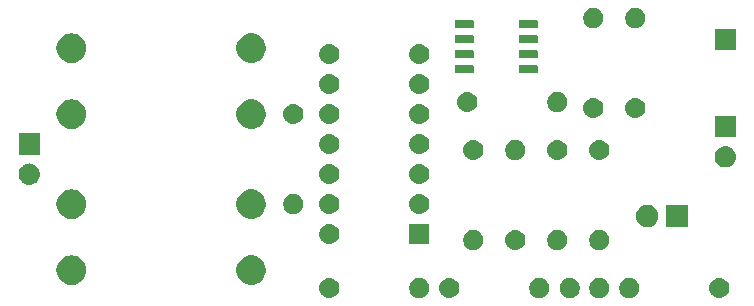
<source format=gts>
G04 #@! TF.GenerationSoftware,KiCad,Pcbnew,5.0.2-bee76a0~70~ubuntu18.04.1*
G04 #@! TF.CreationDate,2019-03-27T19:33:44-04:00*
G04 #@! TF.ProjectId,linemonitor,6c696e65-6d6f-46e6-9974-6f722e6b6963,rev?*
G04 #@! TF.SameCoordinates,Original*
G04 #@! TF.FileFunction,Soldermask,Top*
G04 #@! TF.FilePolarity,Negative*
%FSLAX46Y46*%
G04 Gerber Fmt 4.6, Leading zero omitted, Abs format (unit mm)*
G04 Created by KiCad (PCBNEW 5.0.2-bee76a0~70~ubuntu18.04.1) date Wed 27 Mar 2019 07:33:44 PM EDT*
%MOMM*%
%LPD*%
G01*
G04 APERTURE LIST*
%ADD10C,0.100000*%
G04 APERTURE END LIST*
D10*
G36*
X127166821Y-109397313D02*
X127166824Y-109397314D01*
X127166825Y-109397314D01*
X127327239Y-109445975D01*
X127327241Y-109445976D01*
X127327244Y-109445977D01*
X127475078Y-109524995D01*
X127604659Y-109631341D01*
X127711005Y-109760922D01*
X127790023Y-109908756D01*
X127790024Y-109908759D01*
X127790025Y-109908761D01*
X127838686Y-110069175D01*
X127838687Y-110069179D01*
X127855117Y-110236000D01*
X127838687Y-110402821D01*
X127838686Y-110402824D01*
X127838686Y-110402825D01*
X127813993Y-110484228D01*
X127790023Y-110563244D01*
X127711005Y-110711078D01*
X127604659Y-110840659D01*
X127475078Y-110947005D01*
X127327244Y-111026023D01*
X127327241Y-111026024D01*
X127327239Y-111026025D01*
X127166825Y-111074686D01*
X127166824Y-111074686D01*
X127166821Y-111074687D01*
X127041804Y-111087000D01*
X126958196Y-111087000D01*
X126833179Y-111074687D01*
X126833176Y-111074686D01*
X126833175Y-111074686D01*
X126672761Y-111026025D01*
X126672759Y-111026024D01*
X126672756Y-111026023D01*
X126524922Y-110947005D01*
X126395341Y-110840659D01*
X126288995Y-110711078D01*
X126209977Y-110563244D01*
X126186008Y-110484228D01*
X126161314Y-110402825D01*
X126161314Y-110402824D01*
X126161313Y-110402821D01*
X126144883Y-110236000D01*
X126161313Y-110069179D01*
X126161314Y-110069175D01*
X126209975Y-109908761D01*
X126209976Y-109908759D01*
X126209977Y-109908756D01*
X126288995Y-109760922D01*
X126395341Y-109631341D01*
X126524922Y-109524995D01*
X126672756Y-109445977D01*
X126672759Y-109445976D01*
X126672761Y-109445975D01*
X126833175Y-109397314D01*
X126833176Y-109397314D01*
X126833179Y-109397313D01*
X126958196Y-109385000D01*
X127041804Y-109385000D01*
X127166821Y-109397313D01*
X127166821Y-109397313D01*
G37*
G36*
X112008228Y-109417703D02*
X112163100Y-109481853D01*
X112302481Y-109574985D01*
X112421015Y-109693519D01*
X112514147Y-109832900D01*
X112578297Y-109987772D01*
X112611000Y-110152184D01*
X112611000Y-110319816D01*
X112578297Y-110484228D01*
X112514147Y-110639100D01*
X112421015Y-110778481D01*
X112302481Y-110897015D01*
X112163100Y-110990147D01*
X112008228Y-111054297D01*
X111843816Y-111087000D01*
X111676184Y-111087000D01*
X111511772Y-111054297D01*
X111356900Y-110990147D01*
X111217519Y-110897015D01*
X111098985Y-110778481D01*
X111005853Y-110639100D01*
X110941703Y-110484228D01*
X110909000Y-110319816D01*
X110909000Y-110152184D01*
X110941703Y-109987772D01*
X111005853Y-109832900D01*
X111098985Y-109693519D01*
X111217519Y-109574985D01*
X111356900Y-109481853D01*
X111511772Y-109417703D01*
X111676184Y-109385000D01*
X111843816Y-109385000D01*
X112008228Y-109417703D01*
X112008228Y-109417703D01*
G37*
G36*
X104306821Y-109397313D02*
X104306824Y-109397314D01*
X104306825Y-109397314D01*
X104467239Y-109445975D01*
X104467241Y-109445976D01*
X104467244Y-109445977D01*
X104615078Y-109524995D01*
X104744659Y-109631341D01*
X104851005Y-109760922D01*
X104930023Y-109908756D01*
X104930024Y-109908759D01*
X104930025Y-109908761D01*
X104978686Y-110069175D01*
X104978687Y-110069179D01*
X104995117Y-110236000D01*
X104978687Y-110402821D01*
X104978686Y-110402824D01*
X104978686Y-110402825D01*
X104953993Y-110484228D01*
X104930023Y-110563244D01*
X104851005Y-110711078D01*
X104744659Y-110840659D01*
X104615078Y-110947005D01*
X104467244Y-111026023D01*
X104467241Y-111026024D01*
X104467239Y-111026025D01*
X104306825Y-111074686D01*
X104306824Y-111074686D01*
X104306821Y-111074687D01*
X104181804Y-111087000D01*
X104098196Y-111087000D01*
X103973179Y-111074687D01*
X103973176Y-111074686D01*
X103973175Y-111074686D01*
X103812761Y-111026025D01*
X103812759Y-111026024D01*
X103812756Y-111026023D01*
X103664922Y-110947005D01*
X103535341Y-110840659D01*
X103428995Y-110711078D01*
X103349977Y-110563244D01*
X103326008Y-110484228D01*
X103301314Y-110402825D01*
X103301314Y-110402824D01*
X103301313Y-110402821D01*
X103284883Y-110236000D01*
X103301313Y-110069179D01*
X103301314Y-110069175D01*
X103349975Y-109908761D01*
X103349976Y-109908759D01*
X103349977Y-109908756D01*
X103428995Y-109760922D01*
X103535341Y-109631341D01*
X103664922Y-109524995D01*
X103812756Y-109445977D01*
X103812759Y-109445976D01*
X103812761Y-109445975D01*
X103973175Y-109397314D01*
X103973176Y-109397314D01*
X103973179Y-109397313D01*
X104098196Y-109385000D01*
X104181804Y-109385000D01*
X104306821Y-109397313D01*
X104306821Y-109397313D01*
G37*
G36*
X101848228Y-109417703D02*
X102003100Y-109481853D01*
X102142481Y-109574985D01*
X102261015Y-109693519D01*
X102354147Y-109832900D01*
X102418297Y-109987772D01*
X102451000Y-110152184D01*
X102451000Y-110319816D01*
X102418297Y-110484228D01*
X102354147Y-110639100D01*
X102261015Y-110778481D01*
X102142481Y-110897015D01*
X102003100Y-110990147D01*
X101848228Y-111054297D01*
X101683816Y-111087000D01*
X101516184Y-111087000D01*
X101351772Y-111054297D01*
X101196900Y-110990147D01*
X101057519Y-110897015D01*
X100938985Y-110778481D01*
X100845853Y-110639100D01*
X100781703Y-110484228D01*
X100749000Y-110319816D01*
X100749000Y-110152184D01*
X100781703Y-109987772D01*
X100845853Y-109832900D01*
X100938985Y-109693519D01*
X101057519Y-109574985D01*
X101196900Y-109481853D01*
X101351772Y-109417703D01*
X101516184Y-109385000D01*
X101683816Y-109385000D01*
X101848228Y-109417703D01*
X101848228Y-109417703D01*
G37*
G36*
X94146821Y-109397313D02*
X94146824Y-109397314D01*
X94146825Y-109397314D01*
X94307239Y-109445975D01*
X94307241Y-109445976D01*
X94307244Y-109445977D01*
X94455078Y-109524995D01*
X94584659Y-109631341D01*
X94691005Y-109760922D01*
X94770023Y-109908756D01*
X94770024Y-109908759D01*
X94770025Y-109908761D01*
X94818686Y-110069175D01*
X94818687Y-110069179D01*
X94835117Y-110236000D01*
X94818687Y-110402821D01*
X94818686Y-110402824D01*
X94818686Y-110402825D01*
X94793993Y-110484228D01*
X94770023Y-110563244D01*
X94691005Y-110711078D01*
X94584659Y-110840659D01*
X94455078Y-110947005D01*
X94307244Y-111026023D01*
X94307241Y-111026024D01*
X94307239Y-111026025D01*
X94146825Y-111074686D01*
X94146824Y-111074686D01*
X94146821Y-111074687D01*
X94021804Y-111087000D01*
X93938196Y-111087000D01*
X93813179Y-111074687D01*
X93813176Y-111074686D01*
X93813175Y-111074686D01*
X93652761Y-111026025D01*
X93652759Y-111026024D01*
X93652756Y-111026023D01*
X93504922Y-110947005D01*
X93375341Y-110840659D01*
X93268995Y-110711078D01*
X93189977Y-110563244D01*
X93166008Y-110484228D01*
X93141314Y-110402825D01*
X93141314Y-110402824D01*
X93141313Y-110402821D01*
X93124883Y-110236000D01*
X93141313Y-110069179D01*
X93141314Y-110069175D01*
X93189975Y-109908761D01*
X93189976Y-109908759D01*
X93189977Y-109908756D01*
X93268995Y-109760922D01*
X93375341Y-109631341D01*
X93504922Y-109524995D01*
X93652756Y-109445977D01*
X93652759Y-109445976D01*
X93652761Y-109445975D01*
X93813175Y-109397314D01*
X93813176Y-109397314D01*
X93813179Y-109397313D01*
X93938196Y-109385000D01*
X94021804Y-109385000D01*
X94146821Y-109397313D01*
X94146821Y-109397313D01*
G37*
G36*
X114588228Y-109417703D02*
X114743100Y-109481853D01*
X114882481Y-109574985D01*
X115001015Y-109693519D01*
X115094147Y-109832900D01*
X115158297Y-109987772D01*
X115191000Y-110152184D01*
X115191000Y-110319816D01*
X115158297Y-110484228D01*
X115094147Y-110639100D01*
X115001015Y-110778481D01*
X114882481Y-110897015D01*
X114743100Y-110990147D01*
X114588228Y-111054297D01*
X114423816Y-111087000D01*
X114256184Y-111087000D01*
X114091772Y-111054297D01*
X113936900Y-110990147D01*
X113797519Y-110897015D01*
X113678985Y-110778481D01*
X113585853Y-110639100D01*
X113521703Y-110484228D01*
X113489000Y-110319816D01*
X113489000Y-110152184D01*
X113521703Y-109987772D01*
X113585853Y-109832900D01*
X113678985Y-109693519D01*
X113797519Y-109574985D01*
X113936900Y-109481853D01*
X114091772Y-109417703D01*
X114256184Y-109385000D01*
X114423816Y-109385000D01*
X114588228Y-109417703D01*
X114588228Y-109417703D01*
G37*
G36*
X117088228Y-109417703D02*
X117243100Y-109481853D01*
X117382481Y-109574985D01*
X117501015Y-109693519D01*
X117594147Y-109832900D01*
X117658297Y-109987772D01*
X117691000Y-110152184D01*
X117691000Y-110319816D01*
X117658297Y-110484228D01*
X117594147Y-110639100D01*
X117501015Y-110778481D01*
X117382481Y-110897015D01*
X117243100Y-110990147D01*
X117088228Y-111054297D01*
X116923816Y-111087000D01*
X116756184Y-111087000D01*
X116591772Y-111054297D01*
X116436900Y-110990147D01*
X116297519Y-110897015D01*
X116178985Y-110778481D01*
X116085853Y-110639100D01*
X116021703Y-110484228D01*
X115989000Y-110319816D01*
X115989000Y-110152184D01*
X116021703Y-109987772D01*
X116085853Y-109832900D01*
X116178985Y-109693519D01*
X116297519Y-109574985D01*
X116436900Y-109481853D01*
X116591772Y-109417703D01*
X116756184Y-109385000D01*
X116923816Y-109385000D01*
X117088228Y-109417703D01*
X117088228Y-109417703D01*
G37*
G36*
X119628228Y-109417703D02*
X119783100Y-109481853D01*
X119922481Y-109574985D01*
X120041015Y-109693519D01*
X120134147Y-109832900D01*
X120198297Y-109987772D01*
X120231000Y-110152184D01*
X120231000Y-110319816D01*
X120198297Y-110484228D01*
X120134147Y-110639100D01*
X120041015Y-110778481D01*
X119922481Y-110897015D01*
X119783100Y-110990147D01*
X119628228Y-111054297D01*
X119463816Y-111087000D01*
X119296184Y-111087000D01*
X119131772Y-111054297D01*
X118976900Y-110990147D01*
X118837519Y-110897015D01*
X118718985Y-110778481D01*
X118625853Y-110639100D01*
X118561703Y-110484228D01*
X118529000Y-110319816D01*
X118529000Y-110152184D01*
X118561703Y-109987772D01*
X118625853Y-109832900D01*
X118718985Y-109693519D01*
X118837519Y-109574985D01*
X118976900Y-109481853D01*
X119131772Y-109417703D01*
X119296184Y-109385000D01*
X119463816Y-109385000D01*
X119628228Y-109417703D01*
X119628228Y-109417703D01*
G37*
G36*
X87559635Y-107473019D02*
X87740903Y-107509075D01*
X87968571Y-107603378D01*
X88063488Y-107666800D01*
X88173469Y-107740287D01*
X88347713Y-107914531D01*
X88347715Y-107914534D01*
X88484622Y-108119429D01*
X88578925Y-108347097D01*
X88627000Y-108588787D01*
X88627000Y-108835213D01*
X88578925Y-109076903D01*
X88484622Y-109304571D01*
X88390138Y-109445975D01*
X88347713Y-109509469D01*
X88173469Y-109683713D01*
X88173466Y-109683715D01*
X87968571Y-109820622D01*
X87740903Y-109914925D01*
X87590213Y-109944899D01*
X87499214Y-109963000D01*
X87252786Y-109963000D01*
X87161787Y-109944899D01*
X87011097Y-109914925D01*
X86783429Y-109820622D01*
X86578534Y-109683715D01*
X86578531Y-109683713D01*
X86404287Y-109509469D01*
X86361862Y-109445975D01*
X86267378Y-109304571D01*
X86173075Y-109076903D01*
X86125000Y-108835213D01*
X86125000Y-108588787D01*
X86173075Y-108347097D01*
X86267378Y-108119429D01*
X86404285Y-107914534D01*
X86404287Y-107914531D01*
X86578531Y-107740287D01*
X86688512Y-107666800D01*
X86783429Y-107603378D01*
X87011097Y-107509075D01*
X87192365Y-107473019D01*
X87252786Y-107461000D01*
X87499214Y-107461000D01*
X87559635Y-107473019D01*
X87559635Y-107473019D01*
G37*
G36*
X72381239Y-107479101D02*
X72617053Y-107550634D01*
X72834381Y-107666799D01*
X73024871Y-107823129D01*
X73181201Y-108013619D01*
X73297366Y-108230947D01*
X73368899Y-108466761D01*
X73393053Y-108712000D01*
X73368899Y-108957239D01*
X73297366Y-109193053D01*
X73181201Y-109410381D01*
X73024871Y-109600871D01*
X72834381Y-109757201D01*
X72617053Y-109873366D01*
X72381239Y-109944899D01*
X72197457Y-109963000D01*
X72074543Y-109963000D01*
X71890761Y-109944899D01*
X71654947Y-109873366D01*
X71437619Y-109757201D01*
X71247129Y-109600871D01*
X71090799Y-109410381D01*
X70974634Y-109193053D01*
X70903101Y-108957239D01*
X70878947Y-108712000D01*
X70903101Y-108466761D01*
X70974634Y-108230947D01*
X71090799Y-108013619D01*
X71247129Y-107823129D01*
X71437619Y-107666799D01*
X71654947Y-107550634D01*
X71890761Y-107479101D01*
X72074543Y-107461000D01*
X72197457Y-107461000D01*
X72381239Y-107479101D01*
X72381239Y-107479101D01*
G37*
G36*
X117088228Y-105353703D02*
X117243100Y-105417853D01*
X117382481Y-105510985D01*
X117501015Y-105629519D01*
X117594147Y-105768900D01*
X117658297Y-105923772D01*
X117691000Y-106088184D01*
X117691000Y-106255816D01*
X117658297Y-106420228D01*
X117594147Y-106575100D01*
X117501015Y-106714481D01*
X117382481Y-106833015D01*
X117243100Y-106926147D01*
X117088228Y-106990297D01*
X116923816Y-107023000D01*
X116756184Y-107023000D01*
X116591772Y-106990297D01*
X116436900Y-106926147D01*
X116297519Y-106833015D01*
X116178985Y-106714481D01*
X116085853Y-106575100D01*
X116021703Y-106420228D01*
X115989000Y-106255816D01*
X115989000Y-106088184D01*
X116021703Y-105923772D01*
X116085853Y-105768900D01*
X116178985Y-105629519D01*
X116297519Y-105510985D01*
X116436900Y-105417853D01*
X116591772Y-105353703D01*
X116756184Y-105321000D01*
X116923816Y-105321000D01*
X117088228Y-105353703D01*
X117088228Y-105353703D01*
G37*
G36*
X106420228Y-105353703D02*
X106575100Y-105417853D01*
X106714481Y-105510985D01*
X106833015Y-105629519D01*
X106926147Y-105768900D01*
X106990297Y-105923772D01*
X107023000Y-106088184D01*
X107023000Y-106255816D01*
X106990297Y-106420228D01*
X106926147Y-106575100D01*
X106833015Y-106714481D01*
X106714481Y-106833015D01*
X106575100Y-106926147D01*
X106420228Y-106990297D01*
X106255816Y-107023000D01*
X106088184Y-107023000D01*
X105923772Y-106990297D01*
X105768900Y-106926147D01*
X105629519Y-106833015D01*
X105510985Y-106714481D01*
X105417853Y-106575100D01*
X105353703Y-106420228D01*
X105321000Y-106255816D01*
X105321000Y-106088184D01*
X105353703Y-105923772D01*
X105417853Y-105768900D01*
X105510985Y-105629519D01*
X105629519Y-105510985D01*
X105768900Y-105417853D01*
X105923772Y-105353703D01*
X106088184Y-105321000D01*
X106255816Y-105321000D01*
X106420228Y-105353703D01*
X106420228Y-105353703D01*
G37*
G36*
X109894821Y-105333313D02*
X109894824Y-105333314D01*
X109894825Y-105333314D01*
X110055239Y-105381975D01*
X110055241Y-105381976D01*
X110055244Y-105381977D01*
X110203078Y-105460995D01*
X110332659Y-105567341D01*
X110439005Y-105696922D01*
X110518023Y-105844756D01*
X110518024Y-105844759D01*
X110518025Y-105844761D01*
X110562460Y-105991244D01*
X110566687Y-106005179D01*
X110583117Y-106172000D01*
X110566687Y-106338821D01*
X110566686Y-106338824D01*
X110566686Y-106338825D01*
X110531741Y-106454025D01*
X110518023Y-106499244D01*
X110439005Y-106647078D01*
X110332659Y-106776659D01*
X110203078Y-106883005D01*
X110055244Y-106962023D01*
X110055241Y-106962024D01*
X110055239Y-106962025D01*
X109894825Y-107010686D01*
X109894824Y-107010686D01*
X109894821Y-107010687D01*
X109769804Y-107023000D01*
X109686196Y-107023000D01*
X109561179Y-107010687D01*
X109561176Y-107010686D01*
X109561175Y-107010686D01*
X109400761Y-106962025D01*
X109400759Y-106962024D01*
X109400756Y-106962023D01*
X109252922Y-106883005D01*
X109123341Y-106776659D01*
X109016995Y-106647078D01*
X108937977Y-106499244D01*
X108924260Y-106454025D01*
X108889314Y-106338825D01*
X108889314Y-106338824D01*
X108889313Y-106338821D01*
X108872883Y-106172000D01*
X108889313Y-106005179D01*
X108893540Y-105991244D01*
X108937975Y-105844761D01*
X108937976Y-105844759D01*
X108937977Y-105844756D01*
X109016995Y-105696922D01*
X109123341Y-105567341D01*
X109252922Y-105460995D01*
X109400756Y-105381977D01*
X109400759Y-105381976D01*
X109400761Y-105381975D01*
X109561175Y-105333314D01*
X109561176Y-105333314D01*
X109561179Y-105333313D01*
X109686196Y-105321000D01*
X109769804Y-105321000D01*
X109894821Y-105333313D01*
X109894821Y-105333313D01*
G37*
G36*
X113532228Y-105353703D02*
X113687100Y-105417853D01*
X113826481Y-105510985D01*
X113945015Y-105629519D01*
X114038147Y-105768900D01*
X114102297Y-105923772D01*
X114135000Y-106088184D01*
X114135000Y-106255816D01*
X114102297Y-106420228D01*
X114038147Y-106575100D01*
X113945015Y-106714481D01*
X113826481Y-106833015D01*
X113687100Y-106926147D01*
X113532228Y-106990297D01*
X113367816Y-107023000D01*
X113200184Y-107023000D01*
X113035772Y-106990297D01*
X112880900Y-106926147D01*
X112741519Y-106833015D01*
X112622985Y-106714481D01*
X112529853Y-106575100D01*
X112465703Y-106420228D01*
X112433000Y-106255816D01*
X112433000Y-106088184D01*
X112465703Y-105923772D01*
X112529853Y-105768900D01*
X112622985Y-105629519D01*
X112741519Y-105510985D01*
X112880900Y-105417853D01*
X113035772Y-105353703D01*
X113200184Y-105321000D01*
X113367816Y-105321000D01*
X113532228Y-105353703D01*
X113532228Y-105353703D01*
G37*
G36*
X102451000Y-106515000D02*
X100749000Y-106515000D01*
X100749000Y-104813000D01*
X102451000Y-104813000D01*
X102451000Y-106515000D01*
X102451000Y-106515000D01*
G37*
G36*
X94146821Y-104825313D02*
X94146824Y-104825314D01*
X94146825Y-104825314D01*
X94307239Y-104873975D01*
X94307241Y-104873976D01*
X94307244Y-104873977D01*
X94455078Y-104952995D01*
X94584659Y-105059341D01*
X94691005Y-105188922D01*
X94770023Y-105336756D01*
X94770024Y-105336759D01*
X94770025Y-105336761D01*
X94783741Y-105381977D01*
X94818687Y-105497179D01*
X94835117Y-105664000D01*
X94818687Y-105830821D01*
X94818686Y-105830824D01*
X94818686Y-105830825D01*
X94790491Y-105923772D01*
X94770023Y-105991244D01*
X94691005Y-106139078D01*
X94584659Y-106268659D01*
X94455078Y-106375005D01*
X94307244Y-106454023D01*
X94307241Y-106454024D01*
X94307239Y-106454025D01*
X94146825Y-106502686D01*
X94146824Y-106502686D01*
X94146821Y-106502687D01*
X94021804Y-106515000D01*
X93938196Y-106515000D01*
X93813179Y-106502687D01*
X93813176Y-106502686D01*
X93813175Y-106502686D01*
X93652761Y-106454025D01*
X93652759Y-106454024D01*
X93652756Y-106454023D01*
X93504922Y-106375005D01*
X93375341Y-106268659D01*
X93268995Y-106139078D01*
X93189977Y-105991244D01*
X93169510Y-105923772D01*
X93141314Y-105830825D01*
X93141314Y-105830824D01*
X93141313Y-105830821D01*
X93124883Y-105664000D01*
X93141313Y-105497179D01*
X93176259Y-105381977D01*
X93189975Y-105336761D01*
X93189976Y-105336759D01*
X93189977Y-105336756D01*
X93268995Y-105188922D01*
X93375341Y-105059341D01*
X93504922Y-104952995D01*
X93652756Y-104873977D01*
X93652759Y-104873976D01*
X93652761Y-104873975D01*
X93813175Y-104825314D01*
X93813176Y-104825314D01*
X93813179Y-104825313D01*
X93938196Y-104813000D01*
X94021804Y-104813000D01*
X94146821Y-104825313D01*
X94146821Y-104825313D01*
G37*
G36*
X124395000Y-105091000D02*
X122493000Y-105091000D01*
X122493000Y-103189000D01*
X124395000Y-103189000D01*
X124395000Y-105091000D01*
X124395000Y-105091000D01*
G37*
G36*
X121181396Y-103225546D02*
X121354466Y-103297234D01*
X121510230Y-103401312D01*
X121642688Y-103533770D01*
X121746766Y-103689534D01*
X121818454Y-103862604D01*
X121855000Y-104046333D01*
X121855000Y-104233667D01*
X121818454Y-104417396D01*
X121746766Y-104590466D01*
X121642688Y-104746230D01*
X121510230Y-104878688D01*
X121354466Y-104982766D01*
X121181396Y-105054454D01*
X120997667Y-105091000D01*
X120810333Y-105091000D01*
X120626604Y-105054454D01*
X120453534Y-104982766D01*
X120297770Y-104878688D01*
X120165312Y-104746230D01*
X120061234Y-104590466D01*
X119989546Y-104417396D01*
X119953000Y-104233667D01*
X119953000Y-104046333D01*
X119989546Y-103862604D01*
X120061234Y-103689534D01*
X120165312Y-103533770D01*
X120297770Y-103401312D01*
X120453534Y-103297234D01*
X120626604Y-103225546D01*
X120810333Y-103189000D01*
X120997667Y-103189000D01*
X121181396Y-103225546D01*
X121181396Y-103225546D01*
G37*
G36*
X87559636Y-101885019D02*
X87740903Y-101921075D01*
X87968571Y-102015378D01*
X88063488Y-102078800D01*
X88173469Y-102152287D01*
X88347713Y-102326531D01*
X88347715Y-102326534D01*
X88484622Y-102531429D01*
X88578925Y-102759097D01*
X88627000Y-103000787D01*
X88627000Y-103247213D01*
X88578925Y-103488903D01*
X88484622Y-103716571D01*
X88376660Y-103878147D01*
X88347713Y-103921469D01*
X88173469Y-104095713D01*
X88173466Y-104095715D01*
X87968571Y-104232622D01*
X87740903Y-104326925D01*
X87590213Y-104356899D01*
X87499214Y-104375000D01*
X87252786Y-104375000D01*
X87161787Y-104356899D01*
X87011097Y-104326925D01*
X86783429Y-104232622D01*
X86578534Y-104095715D01*
X86578531Y-104095713D01*
X86404287Y-103921469D01*
X86375340Y-103878147D01*
X86267378Y-103716571D01*
X86173075Y-103488903D01*
X86125000Y-103247213D01*
X86125000Y-103000787D01*
X86173075Y-102759097D01*
X86267378Y-102531429D01*
X86404285Y-102326534D01*
X86404287Y-102326531D01*
X86578531Y-102152287D01*
X86688512Y-102078800D01*
X86783429Y-102015378D01*
X87011097Y-101921075D01*
X87192365Y-101885019D01*
X87252786Y-101873000D01*
X87499214Y-101873000D01*
X87559636Y-101885019D01*
X87559636Y-101885019D01*
G37*
G36*
X72381239Y-101891101D02*
X72617053Y-101962634D01*
X72834381Y-102078799D01*
X73024871Y-102235129D01*
X73181201Y-102425619D01*
X73297366Y-102642947D01*
X73368899Y-102878761D01*
X73393053Y-103124000D01*
X73368899Y-103369239D01*
X73297366Y-103605053D01*
X73181201Y-103822381D01*
X73024871Y-104012871D01*
X72834381Y-104169201D01*
X72617053Y-104285366D01*
X72381239Y-104356899D01*
X72197457Y-104375000D01*
X72074543Y-104375000D01*
X71890761Y-104356899D01*
X71654947Y-104285366D01*
X71437619Y-104169201D01*
X71247129Y-104012871D01*
X71090799Y-103822381D01*
X70974634Y-103605053D01*
X70903101Y-103369239D01*
X70878947Y-103124000D01*
X70903101Y-102878761D01*
X70974634Y-102642947D01*
X71090799Y-102425619D01*
X71247129Y-102235129D01*
X71437619Y-102078799D01*
X71654947Y-101962634D01*
X71890761Y-101891101D01*
X72074543Y-101873000D01*
X72197457Y-101873000D01*
X72381239Y-101891101D01*
X72381239Y-101891101D01*
G37*
G36*
X101766821Y-102285313D02*
X101766824Y-102285314D01*
X101766825Y-102285314D01*
X101927239Y-102333975D01*
X101927241Y-102333976D01*
X101927244Y-102333977D01*
X102075078Y-102412995D01*
X102204659Y-102519341D01*
X102311005Y-102648922D01*
X102390023Y-102796756D01*
X102390024Y-102796759D01*
X102390025Y-102796761D01*
X102438686Y-102957175D01*
X102438687Y-102957179D01*
X102455117Y-103124000D01*
X102438687Y-103290821D01*
X102438686Y-103290824D01*
X102438686Y-103290825D01*
X102405171Y-103401310D01*
X102390023Y-103451244D01*
X102311005Y-103599078D01*
X102204659Y-103728659D01*
X102075078Y-103835005D01*
X101927244Y-103914023D01*
X101927241Y-103914024D01*
X101927239Y-103914025D01*
X101766825Y-103962686D01*
X101766824Y-103962686D01*
X101766821Y-103962687D01*
X101641804Y-103975000D01*
X101558196Y-103975000D01*
X101433179Y-103962687D01*
X101433176Y-103962686D01*
X101433175Y-103962686D01*
X101272761Y-103914025D01*
X101272759Y-103914024D01*
X101272756Y-103914023D01*
X101124922Y-103835005D01*
X100995341Y-103728659D01*
X100888995Y-103599078D01*
X100809977Y-103451244D01*
X100794830Y-103401310D01*
X100761314Y-103290825D01*
X100761314Y-103290824D01*
X100761313Y-103290821D01*
X100744883Y-103124000D01*
X100761313Y-102957179D01*
X100761314Y-102957175D01*
X100809975Y-102796761D01*
X100809976Y-102796759D01*
X100809977Y-102796756D01*
X100888995Y-102648922D01*
X100995341Y-102519341D01*
X101124922Y-102412995D01*
X101272756Y-102333977D01*
X101272759Y-102333976D01*
X101272761Y-102333975D01*
X101433175Y-102285314D01*
X101433176Y-102285314D01*
X101433179Y-102285313D01*
X101558196Y-102273000D01*
X101641804Y-102273000D01*
X101766821Y-102285313D01*
X101766821Y-102285313D01*
G37*
G36*
X94146821Y-102285313D02*
X94146824Y-102285314D01*
X94146825Y-102285314D01*
X94307239Y-102333975D01*
X94307241Y-102333976D01*
X94307244Y-102333977D01*
X94455078Y-102412995D01*
X94584659Y-102519341D01*
X94691005Y-102648922D01*
X94770023Y-102796756D01*
X94770024Y-102796759D01*
X94770025Y-102796761D01*
X94818686Y-102957175D01*
X94818687Y-102957179D01*
X94835117Y-103124000D01*
X94818687Y-103290821D01*
X94818686Y-103290824D01*
X94818686Y-103290825D01*
X94785171Y-103401310D01*
X94770023Y-103451244D01*
X94691005Y-103599078D01*
X94584659Y-103728659D01*
X94455078Y-103835005D01*
X94307244Y-103914023D01*
X94307241Y-103914024D01*
X94307239Y-103914025D01*
X94146825Y-103962686D01*
X94146824Y-103962686D01*
X94146821Y-103962687D01*
X94021804Y-103975000D01*
X93938196Y-103975000D01*
X93813179Y-103962687D01*
X93813176Y-103962686D01*
X93813175Y-103962686D01*
X93652761Y-103914025D01*
X93652759Y-103914024D01*
X93652756Y-103914023D01*
X93504922Y-103835005D01*
X93375341Y-103728659D01*
X93268995Y-103599078D01*
X93189977Y-103451244D01*
X93174830Y-103401310D01*
X93141314Y-103290825D01*
X93141314Y-103290824D01*
X93141313Y-103290821D01*
X93124883Y-103124000D01*
X93141313Y-102957179D01*
X93141314Y-102957175D01*
X93189975Y-102796761D01*
X93189976Y-102796759D01*
X93189977Y-102796756D01*
X93268995Y-102648922D01*
X93375341Y-102519341D01*
X93504922Y-102412995D01*
X93652756Y-102333977D01*
X93652759Y-102333976D01*
X93652761Y-102333975D01*
X93813175Y-102285314D01*
X93813176Y-102285314D01*
X93813179Y-102285313D01*
X93938196Y-102273000D01*
X94021804Y-102273000D01*
X94146821Y-102285313D01*
X94146821Y-102285313D01*
G37*
G36*
X91180228Y-102305703D02*
X91335100Y-102369853D01*
X91474481Y-102462985D01*
X91593015Y-102581519D01*
X91686147Y-102720900D01*
X91750297Y-102875772D01*
X91783000Y-103040184D01*
X91783000Y-103207816D01*
X91750297Y-103372228D01*
X91686147Y-103527100D01*
X91593015Y-103666481D01*
X91474481Y-103785015D01*
X91335100Y-103878147D01*
X91180228Y-103942297D01*
X91015816Y-103975000D01*
X90848184Y-103975000D01*
X90683772Y-103942297D01*
X90528900Y-103878147D01*
X90389519Y-103785015D01*
X90270985Y-103666481D01*
X90177853Y-103527100D01*
X90113703Y-103372228D01*
X90081000Y-103207816D01*
X90081000Y-103040184D01*
X90113703Y-102875772D01*
X90177853Y-102720900D01*
X90270985Y-102581519D01*
X90389519Y-102462985D01*
X90528900Y-102369853D01*
X90683772Y-102305703D01*
X90848184Y-102273000D01*
X91015816Y-102273000D01*
X91180228Y-102305703D01*
X91180228Y-102305703D01*
G37*
G36*
X68690442Y-99689518D02*
X68756627Y-99696037D01*
X68869853Y-99730384D01*
X68926467Y-99747557D01*
X69013311Y-99793977D01*
X69082991Y-99831222D01*
X69118729Y-99860552D01*
X69220186Y-99943814D01*
X69275703Y-100011463D01*
X69332778Y-100081009D01*
X69332779Y-100081011D01*
X69416443Y-100237533D01*
X69433616Y-100294147D01*
X69467963Y-100407373D01*
X69485359Y-100584000D01*
X69467963Y-100760627D01*
X69433616Y-100873853D01*
X69416443Y-100930467D01*
X69347698Y-101059078D01*
X69332778Y-101086991D01*
X69303448Y-101122729D01*
X69220186Y-101224186D01*
X69118729Y-101307448D01*
X69082991Y-101336778D01*
X69082989Y-101336779D01*
X68926467Y-101420443D01*
X68919069Y-101422687D01*
X68756627Y-101471963D01*
X68690443Y-101478481D01*
X68624260Y-101485000D01*
X68535740Y-101485000D01*
X68469557Y-101478481D01*
X68403373Y-101471963D01*
X68240931Y-101422687D01*
X68233533Y-101420443D01*
X68077011Y-101336779D01*
X68077009Y-101336778D01*
X68041271Y-101307448D01*
X67939814Y-101224186D01*
X67856552Y-101122729D01*
X67827222Y-101086991D01*
X67812302Y-101059078D01*
X67743557Y-100930467D01*
X67726384Y-100873853D01*
X67692037Y-100760627D01*
X67674641Y-100584000D01*
X67692037Y-100407373D01*
X67726384Y-100294147D01*
X67743557Y-100237533D01*
X67827221Y-100081011D01*
X67827222Y-100081009D01*
X67884297Y-100011463D01*
X67939814Y-99943814D01*
X68041271Y-99860552D01*
X68077009Y-99831222D01*
X68146689Y-99793977D01*
X68233533Y-99747557D01*
X68290147Y-99730384D01*
X68403373Y-99696037D01*
X68469558Y-99689518D01*
X68535740Y-99683000D01*
X68624260Y-99683000D01*
X68690442Y-99689518D01*
X68690442Y-99689518D01*
G37*
G36*
X94146821Y-99745313D02*
X94146824Y-99745314D01*
X94146825Y-99745314D01*
X94307239Y-99793975D01*
X94307241Y-99793976D01*
X94307244Y-99793977D01*
X94455078Y-99872995D01*
X94584659Y-99979341D01*
X94691005Y-100108922D01*
X94770023Y-100256756D01*
X94770024Y-100256759D01*
X94770025Y-100256761D01*
X94815713Y-100407375D01*
X94818687Y-100417179D01*
X94835117Y-100584000D01*
X94818687Y-100750821D01*
X94818686Y-100750824D01*
X94818686Y-100750825D01*
X94815713Y-100760627D01*
X94770023Y-100911244D01*
X94691005Y-101059078D01*
X94584659Y-101188659D01*
X94455078Y-101295005D01*
X94307244Y-101374023D01*
X94307241Y-101374024D01*
X94307239Y-101374025D01*
X94146825Y-101422686D01*
X94146824Y-101422686D01*
X94146821Y-101422687D01*
X94021804Y-101435000D01*
X93938196Y-101435000D01*
X93813179Y-101422687D01*
X93813176Y-101422686D01*
X93813175Y-101422686D01*
X93652761Y-101374025D01*
X93652759Y-101374024D01*
X93652756Y-101374023D01*
X93504922Y-101295005D01*
X93375341Y-101188659D01*
X93268995Y-101059078D01*
X93189977Y-100911244D01*
X93144288Y-100760627D01*
X93141314Y-100750825D01*
X93141314Y-100750824D01*
X93141313Y-100750821D01*
X93124883Y-100584000D01*
X93141313Y-100417179D01*
X93144287Y-100407375D01*
X93189975Y-100256761D01*
X93189976Y-100256759D01*
X93189977Y-100256756D01*
X93268995Y-100108922D01*
X93375341Y-99979341D01*
X93504922Y-99872995D01*
X93652756Y-99793977D01*
X93652759Y-99793976D01*
X93652761Y-99793975D01*
X93813175Y-99745314D01*
X93813176Y-99745314D01*
X93813179Y-99745313D01*
X93938196Y-99733000D01*
X94021804Y-99733000D01*
X94146821Y-99745313D01*
X94146821Y-99745313D01*
G37*
G36*
X101766821Y-99745313D02*
X101766824Y-99745314D01*
X101766825Y-99745314D01*
X101927239Y-99793975D01*
X101927241Y-99793976D01*
X101927244Y-99793977D01*
X102075078Y-99872995D01*
X102204659Y-99979341D01*
X102311005Y-100108922D01*
X102390023Y-100256756D01*
X102390024Y-100256759D01*
X102390025Y-100256761D01*
X102435713Y-100407375D01*
X102438687Y-100417179D01*
X102455117Y-100584000D01*
X102438687Y-100750821D01*
X102438686Y-100750824D01*
X102438686Y-100750825D01*
X102435713Y-100760627D01*
X102390023Y-100911244D01*
X102311005Y-101059078D01*
X102204659Y-101188659D01*
X102075078Y-101295005D01*
X101927244Y-101374023D01*
X101927241Y-101374024D01*
X101927239Y-101374025D01*
X101766825Y-101422686D01*
X101766824Y-101422686D01*
X101766821Y-101422687D01*
X101641804Y-101435000D01*
X101558196Y-101435000D01*
X101433179Y-101422687D01*
X101433176Y-101422686D01*
X101433175Y-101422686D01*
X101272761Y-101374025D01*
X101272759Y-101374024D01*
X101272756Y-101374023D01*
X101124922Y-101295005D01*
X100995341Y-101188659D01*
X100888995Y-101059078D01*
X100809977Y-100911244D01*
X100764288Y-100760627D01*
X100761314Y-100750825D01*
X100761314Y-100750824D01*
X100761313Y-100750821D01*
X100744883Y-100584000D01*
X100761313Y-100417179D01*
X100764287Y-100407375D01*
X100809975Y-100256761D01*
X100809976Y-100256759D01*
X100809977Y-100256756D01*
X100888995Y-100108922D01*
X100995341Y-99979341D01*
X101124922Y-99872995D01*
X101272756Y-99793977D01*
X101272759Y-99793976D01*
X101272761Y-99793975D01*
X101433175Y-99745314D01*
X101433176Y-99745314D01*
X101433179Y-99745313D01*
X101558196Y-99733000D01*
X101641804Y-99733000D01*
X101766821Y-99745313D01*
X101766821Y-99745313D01*
G37*
G36*
X127618443Y-98229019D02*
X127684627Y-98235537D01*
X127797853Y-98269884D01*
X127854467Y-98287057D01*
X127993087Y-98361152D01*
X128010991Y-98370722D01*
X128046729Y-98400052D01*
X128148186Y-98483314D01*
X128204554Y-98552000D01*
X128260778Y-98620509D01*
X128260779Y-98620511D01*
X128344443Y-98777033D01*
X128344443Y-98777034D01*
X128395963Y-98946873D01*
X128413359Y-99123500D01*
X128395963Y-99300127D01*
X128374677Y-99370297D01*
X128344443Y-99469967D01*
X128270348Y-99608587D01*
X128260778Y-99626491D01*
X128231448Y-99662229D01*
X128148186Y-99763686D01*
X128065893Y-99831221D01*
X128010991Y-99876278D01*
X128010989Y-99876279D01*
X127854467Y-99959943D01*
X127797853Y-99977116D01*
X127684627Y-100011463D01*
X127618443Y-100017981D01*
X127552260Y-100024500D01*
X127463740Y-100024500D01*
X127397557Y-100017981D01*
X127331373Y-100011463D01*
X127218147Y-99977116D01*
X127161533Y-99959943D01*
X127005011Y-99876279D01*
X127005009Y-99876278D01*
X126950107Y-99831221D01*
X126867814Y-99763686D01*
X126784552Y-99662229D01*
X126755222Y-99626491D01*
X126745652Y-99608587D01*
X126671557Y-99469967D01*
X126641323Y-99370297D01*
X126620037Y-99300127D01*
X126602641Y-99123500D01*
X126620037Y-98946873D01*
X126671557Y-98777034D01*
X126671557Y-98777033D01*
X126755221Y-98620511D01*
X126755222Y-98620509D01*
X126811446Y-98552000D01*
X126867814Y-98483314D01*
X126969271Y-98400052D01*
X127005009Y-98370722D01*
X127022913Y-98361152D01*
X127161533Y-98287057D01*
X127218147Y-98269884D01*
X127331373Y-98235537D01*
X127397557Y-98229019D01*
X127463740Y-98222500D01*
X127552260Y-98222500D01*
X127618443Y-98229019D01*
X127618443Y-98229019D01*
G37*
G36*
X117006821Y-97713313D02*
X117006824Y-97713314D01*
X117006825Y-97713314D01*
X117167239Y-97761975D01*
X117167241Y-97761976D01*
X117167244Y-97761977D01*
X117315078Y-97840995D01*
X117444659Y-97947341D01*
X117551005Y-98076922D01*
X117630023Y-98224756D01*
X117630024Y-98224759D01*
X117630025Y-98224761D01*
X117674460Y-98371244D01*
X117678687Y-98385179D01*
X117695117Y-98552000D01*
X117678687Y-98718821D01*
X117678686Y-98718824D01*
X117678686Y-98718825D01*
X117643741Y-98834025D01*
X117630023Y-98879244D01*
X117551005Y-99027078D01*
X117444659Y-99156659D01*
X117315078Y-99263005D01*
X117167244Y-99342023D01*
X117167241Y-99342024D01*
X117167239Y-99342025D01*
X117006825Y-99390686D01*
X117006824Y-99390686D01*
X117006821Y-99390687D01*
X116881804Y-99403000D01*
X116798196Y-99403000D01*
X116673179Y-99390687D01*
X116673176Y-99390686D01*
X116673175Y-99390686D01*
X116512761Y-99342025D01*
X116512759Y-99342024D01*
X116512756Y-99342023D01*
X116364922Y-99263005D01*
X116235341Y-99156659D01*
X116128995Y-99027078D01*
X116049977Y-98879244D01*
X116036260Y-98834025D01*
X116001314Y-98718825D01*
X116001314Y-98718824D01*
X116001313Y-98718821D01*
X115984883Y-98552000D01*
X116001313Y-98385179D01*
X116005540Y-98371244D01*
X116049975Y-98224761D01*
X116049976Y-98224759D01*
X116049977Y-98224756D01*
X116128995Y-98076922D01*
X116235341Y-97947341D01*
X116364922Y-97840995D01*
X116512756Y-97761977D01*
X116512759Y-97761976D01*
X116512761Y-97761975D01*
X116673175Y-97713314D01*
X116673176Y-97713314D01*
X116673179Y-97713313D01*
X116798196Y-97701000D01*
X116881804Y-97701000D01*
X117006821Y-97713313D01*
X117006821Y-97713313D01*
G37*
G36*
X106338821Y-97713313D02*
X106338824Y-97713314D01*
X106338825Y-97713314D01*
X106499239Y-97761975D01*
X106499241Y-97761976D01*
X106499244Y-97761977D01*
X106647078Y-97840995D01*
X106776659Y-97947341D01*
X106883005Y-98076922D01*
X106962023Y-98224756D01*
X106962024Y-98224759D01*
X106962025Y-98224761D01*
X107006460Y-98371244D01*
X107010687Y-98385179D01*
X107027117Y-98552000D01*
X107010687Y-98718821D01*
X107010686Y-98718824D01*
X107010686Y-98718825D01*
X106975741Y-98834025D01*
X106962023Y-98879244D01*
X106883005Y-99027078D01*
X106776659Y-99156659D01*
X106647078Y-99263005D01*
X106499244Y-99342023D01*
X106499241Y-99342024D01*
X106499239Y-99342025D01*
X106338825Y-99390686D01*
X106338824Y-99390686D01*
X106338821Y-99390687D01*
X106213804Y-99403000D01*
X106130196Y-99403000D01*
X106005179Y-99390687D01*
X106005176Y-99390686D01*
X106005175Y-99390686D01*
X105844761Y-99342025D01*
X105844759Y-99342024D01*
X105844756Y-99342023D01*
X105696922Y-99263005D01*
X105567341Y-99156659D01*
X105460995Y-99027078D01*
X105381977Y-98879244D01*
X105368260Y-98834025D01*
X105333314Y-98718825D01*
X105333314Y-98718824D01*
X105333313Y-98718821D01*
X105316883Y-98552000D01*
X105333313Y-98385179D01*
X105337540Y-98371244D01*
X105381975Y-98224761D01*
X105381976Y-98224759D01*
X105381977Y-98224756D01*
X105460995Y-98076922D01*
X105567341Y-97947341D01*
X105696922Y-97840995D01*
X105844756Y-97761977D01*
X105844759Y-97761976D01*
X105844761Y-97761975D01*
X106005175Y-97713314D01*
X106005176Y-97713314D01*
X106005179Y-97713313D01*
X106130196Y-97701000D01*
X106213804Y-97701000D01*
X106338821Y-97713313D01*
X106338821Y-97713313D01*
G37*
G36*
X109976228Y-97733703D02*
X110131100Y-97797853D01*
X110270481Y-97890985D01*
X110389015Y-98009519D01*
X110482147Y-98148900D01*
X110546297Y-98303772D01*
X110579000Y-98468184D01*
X110579000Y-98635816D01*
X110546297Y-98800228D01*
X110482147Y-98955100D01*
X110389015Y-99094481D01*
X110270481Y-99213015D01*
X110131100Y-99306147D01*
X109976228Y-99370297D01*
X109811816Y-99403000D01*
X109644184Y-99403000D01*
X109479772Y-99370297D01*
X109324900Y-99306147D01*
X109185519Y-99213015D01*
X109066985Y-99094481D01*
X108973853Y-98955100D01*
X108909703Y-98800228D01*
X108877000Y-98635816D01*
X108877000Y-98468184D01*
X108909703Y-98303772D01*
X108973853Y-98148900D01*
X109066985Y-98009519D01*
X109185519Y-97890985D01*
X109324900Y-97797853D01*
X109479772Y-97733703D01*
X109644184Y-97701000D01*
X109811816Y-97701000D01*
X109976228Y-97733703D01*
X109976228Y-97733703D01*
G37*
G36*
X113450821Y-97713313D02*
X113450824Y-97713314D01*
X113450825Y-97713314D01*
X113611239Y-97761975D01*
X113611241Y-97761976D01*
X113611244Y-97761977D01*
X113759078Y-97840995D01*
X113888659Y-97947341D01*
X113995005Y-98076922D01*
X114074023Y-98224756D01*
X114074024Y-98224759D01*
X114074025Y-98224761D01*
X114118460Y-98371244D01*
X114122687Y-98385179D01*
X114139117Y-98552000D01*
X114122687Y-98718821D01*
X114122686Y-98718824D01*
X114122686Y-98718825D01*
X114087741Y-98834025D01*
X114074023Y-98879244D01*
X113995005Y-99027078D01*
X113888659Y-99156659D01*
X113759078Y-99263005D01*
X113611244Y-99342023D01*
X113611241Y-99342024D01*
X113611239Y-99342025D01*
X113450825Y-99390686D01*
X113450824Y-99390686D01*
X113450821Y-99390687D01*
X113325804Y-99403000D01*
X113242196Y-99403000D01*
X113117179Y-99390687D01*
X113117176Y-99390686D01*
X113117175Y-99390686D01*
X112956761Y-99342025D01*
X112956759Y-99342024D01*
X112956756Y-99342023D01*
X112808922Y-99263005D01*
X112679341Y-99156659D01*
X112572995Y-99027078D01*
X112493977Y-98879244D01*
X112480260Y-98834025D01*
X112445314Y-98718825D01*
X112445314Y-98718824D01*
X112445313Y-98718821D01*
X112428883Y-98552000D01*
X112445313Y-98385179D01*
X112449540Y-98371244D01*
X112493975Y-98224761D01*
X112493976Y-98224759D01*
X112493977Y-98224756D01*
X112572995Y-98076922D01*
X112679341Y-97947341D01*
X112808922Y-97840995D01*
X112956756Y-97761977D01*
X112956759Y-97761976D01*
X112956761Y-97761975D01*
X113117175Y-97713314D01*
X113117176Y-97713314D01*
X113117179Y-97713313D01*
X113242196Y-97701000D01*
X113325804Y-97701000D01*
X113450821Y-97713313D01*
X113450821Y-97713313D01*
G37*
G36*
X69481000Y-98945000D02*
X67679000Y-98945000D01*
X67679000Y-97143000D01*
X69481000Y-97143000D01*
X69481000Y-98945000D01*
X69481000Y-98945000D01*
G37*
G36*
X94146821Y-97205313D02*
X94146824Y-97205314D01*
X94146825Y-97205314D01*
X94307239Y-97253975D01*
X94307241Y-97253976D01*
X94307244Y-97253977D01*
X94455078Y-97332995D01*
X94584659Y-97439341D01*
X94691005Y-97568922D01*
X94770023Y-97716756D01*
X94770024Y-97716759D01*
X94770025Y-97716761D01*
X94783741Y-97761977D01*
X94818687Y-97877179D01*
X94835117Y-98044000D01*
X94818687Y-98210821D01*
X94818686Y-98210824D01*
X94818686Y-98210825D01*
X94770182Y-98370722D01*
X94770023Y-98371244D01*
X94691005Y-98519078D01*
X94584659Y-98648659D01*
X94455078Y-98755005D01*
X94307244Y-98834023D01*
X94307241Y-98834024D01*
X94307239Y-98834025D01*
X94146825Y-98882686D01*
X94146824Y-98882686D01*
X94146821Y-98882687D01*
X94021804Y-98895000D01*
X93938196Y-98895000D01*
X93813179Y-98882687D01*
X93813176Y-98882686D01*
X93813175Y-98882686D01*
X93652761Y-98834025D01*
X93652759Y-98834024D01*
X93652756Y-98834023D01*
X93504922Y-98755005D01*
X93375341Y-98648659D01*
X93268995Y-98519078D01*
X93189977Y-98371244D01*
X93189819Y-98370722D01*
X93141314Y-98210825D01*
X93141314Y-98210824D01*
X93141313Y-98210821D01*
X93124883Y-98044000D01*
X93141313Y-97877179D01*
X93176259Y-97761977D01*
X93189975Y-97716761D01*
X93189976Y-97716759D01*
X93189977Y-97716756D01*
X93268995Y-97568922D01*
X93375341Y-97439341D01*
X93504922Y-97332995D01*
X93652756Y-97253977D01*
X93652759Y-97253976D01*
X93652761Y-97253975D01*
X93813175Y-97205314D01*
X93813176Y-97205314D01*
X93813179Y-97205313D01*
X93938196Y-97193000D01*
X94021804Y-97193000D01*
X94146821Y-97205313D01*
X94146821Y-97205313D01*
G37*
G36*
X101766821Y-97205313D02*
X101766824Y-97205314D01*
X101766825Y-97205314D01*
X101927239Y-97253975D01*
X101927241Y-97253976D01*
X101927244Y-97253977D01*
X102075078Y-97332995D01*
X102204659Y-97439341D01*
X102311005Y-97568922D01*
X102390023Y-97716756D01*
X102390024Y-97716759D01*
X102390025Y-97716761D01*
X102403741Y-97761977D01*
X102438687Y-97877179D01*
X102455117Y-98044000D01*
X102438687Y-98210821D01*
X102438686Y-98210824D01*
X102438686Y-98210825D01*
X102390182Y-98370722D01*
X102390023Y-98371244D01*
X102311005Y-98519078D01*
X102204659Y-98648659D01*
X102075078Y-98755005D01*
X101927244Y-98834023D01*
X101927241Y-98834024D01*
X101927239Y-98834025D01*
X101766825Y-98882686D01*
X101766824Y-98882686D01*
X101766821Y-98882687D01*
X101641804Y-98895000D01*
X101558196Y-98895000D01*
X101433179Y-98882687D01*
X101433176Y-98882686D01*
X101433175Y-98882686D01*
X101272761Y-98834025D01*
X101272759Y-98834024D01*
X101272756Y-98834023D01*
X101124922Y-98755005D01*
X100995341Y-98648659D01*
X100888995Y-98519078D01*
X100809977Y-98371244D01*
X100809819Y-98370722D01*
X100761314Y-98210825D01*
X100761314Y-98210824D01*
X100761313Y-98210821D01*
X100744883Y-98044000D01*
X100761313Y-97877179D01*
X100796259Y-97761977D01*
X100809975Y-97716761D01*
X100809976Y-97716759D01*
X100809977Y-97716756D01*
X100888995Y-97568922D01*
X100995341Y-97439341D01*
X101124922Y-97332995D01*
X101272756Y-97253977D01*
X101272759Y-97253976D01*
X101272761Y-97253975D01*
X101433175Y-97205314D01*
X101433176Y-97205314D01*
X101433179Y-97205313D01*
X101558196Y-97193000D01*
X101641804Y-97193000D01*
X101766821Y-97205313D01*
X101766821Y-97205313D01*
G37*
G36*
X128409000Y-97484500D02*
X126607000Y-97484500D01*
X126607000Y-95682500D01*
X128409000Y-95682500D01*
X128409000Y-97484500D01*
X128409000Y-97484500D01*
G37*
G36*
X72381239Y-94271101D02*
X72617053Y-94342634D01*
X72834381Y-94458799D01*
X73024871Y-94615129D01*
X73181201Y-94805619D01*
X73297366Y-95022947D01*
X73368899Y-95258761D01*
X73393053Y-95504000D01*
X73368899Y-95749239D01*
X73297366Y-95985053D01*
X73181201Y-96202381D01*
X73024871Y-96392871D01*
X72834381Y-96549201D01*
X72617053Y-96665366D01*
X72381239Y-96736899D01*
X72197457Y-96755000D01*
X72074543Y-96755000D01*
X71890761Y-96736899D01*
X71654947Y-96665366D01*
X71437619Y-96549201D01*
X71247129Y-96392871D01*
X71090799Y-96202381D01*
X70974634Y-95985053D01*
X70903101Y-95749239D01*
X70878947Y-95504000D01*
X70903101Y-95258761D01*
X70974634Y-95022947D01*
X71090799Y-94805619D01*
X71247129Y-94615129D01*
X71437619Y-94458799D01*
X71654947Y-94342634D01*
X71890761Y-94271101D01*
X72074543Y-94253000D01*
X72197457Y-94253000D01*
X72381239Y-94271101D01*
X72381239Y-94271101D01*
G37*
G36*
X87559635Y-94265019D02*
X87740903Y-94301075D01*
X87968571Y-94395378D01*
X88063488Y-94458800D01*
X88173469Y-94532287D01*
X88347713Y-94706531D01*
X88347715Y-94706534D01*
X88484622Y-94911429D01*
X88578925Y-95139097D01*
X88627000Y-95380787D01*
X88627000Y-95627213D01*
X88578925Y-95868903D01*
X88484622Y-96096571D01*
X88352688Y-96294023D01*
X88347713Y-96301469D01*
X88173469Y-96475713D01*
X88173466Y-96475715D01*
X87968571Y-96612622D01*
X87740903Y-96706925D01*
X87590213Y-96736899D01*
X87499214Y-96755000D01*
X87252786Y-96755000D01*
X87161787Y-96736899D01*
X87011097Y-96706925D01*
X86783429Y-96612622D01*
X86578534Y-96475715D01*
X86578531Y-96475713D01*
X86404287Y-96301469D01*
X86399312Y-96294023D01*
X86267378Y-96096571D01*
X86173075Y-95868903D01*
X86125000Y-95627213D01*
X86125000Y-95380787D01*
X86173075Y-95139097D01*
X86267378Y-94911429D01*
X86404285Y-94706534D01*
X86404287Y-94706531D01*
X86578531Y-94532287D01*
X86688512Y-94458800D01*
X86783429Y-94395378D01*
X87011097Y-94301075D01*
X87192365Y-94265019D01*
X87252786Y-94253000D01*
X87499214Y-94253000D01*
X87559635Y-94265019D01*
X87559635Y-94265019D01*
G37*
G36*
X91098821Y-94665313D02*
X91098824Y-94665314D01*
X91098825Y-94665314D01*
X91259239Y-94713975D01*
X91259241Y-94713976D01*
X91259244Y-94713977D01*
X91407078Y-94792995D01*
X91536659Y-94899341D01*
X91643005Y-95028922D01*
X91722023Y-95176756D01*
X91722024Y-95176759D01*
X91722025Y-95176761D01*
X91770686Y-95337175D01*
X91770687Y-95337179D01*
X91787117Y-95504000D01*
X91770687Y-95670821D01*
X91770686Y-95670824D01*
X91770686Y-95670825D01*
X91735741Y-95786025D01*
X91722023Y-95831244D01*
X91643005Y-95979078D01*
X91536659Y-96108659D01*
X91407078Y-96215005D01*
X91259244Y-96294023D01*
X91259241Y-96294024D01*
X91259239Y-96294025D01*
X91098825Y-96342686D01*
X91098824Y-96342686D01*
X91098821Y-96342687D01*
X90973804Y-96355000D01*
X90890196Y-96355000D01*
X90765179Y-96342687D01*
X90765176Y-96342686D01*
X90765175Y-96342686D01*
X90604761Y-96294025D01*
X90604759Y-96294024D01*
X90604756Y-96294023D01*
X90456922Y-96215005D01*
X90327341Y-96108659D01*
X90220995Y-95979078D01*
X90141977Y-95831244D01*
X90128260Y-95786025D01*
X90093314Y-95670825D01*
X90093314Y-95670824D01*
X90093313Y-95670821D01*
X90076883Y-95504000D01*
X90093313Y-95337179D01*
X90093314Y-95337175D01*
X90141975Y-95176761D01*
X90141976Y-95176759D01*
X90141977Y-95176756D01*
X90220995Y-95028922D01*
X90327341Y-94899341D01*
X90456922Y-94792995D01*
X90604756Y-94713977D01*
X90604759Y-94713976D01*
X90604761Y-94713975D01*
X90765175Y-94665314D01*
X90765176Y-94665314D01*
X90765179Y-94665313D01*
X90890196Y-94653000D01*
X90973804Y-94653000D01*
X91098821Y-94665313D01*
X91098821Y-94665313D01*
G37*
G36*
X94146821Y-94665313D02*
X94146824Y-94665314D01*
X94146825Y-94665314D01*
X94307239Y-94713975D01*
X94307241Y-94713976D01*
X94307244Y-94713977D01*
X94455078Y-94792995D01*
X94584659Y-94899341D01*
X94691005Y-95028922D01*
X94770023Y-95176756D01*
X94770024Y-95176759D01*
X94770025Y-95176761D01*
X94818686Y-95337175D01*
X94818687Y-95337179D01*
X94835117Y-95504000D01*
X94818687Y-95670821D01*
X94818686Y-95670824D01*
X94818686Y-95670825D01*
X94783741Y-95786025D01*
X94770023Y-95831244D01*
X94691005Y-95979078D01*
X94584659Y-96108659D01*
X94455078Y-96215005D01*
X94307244Y-96294023D01*
X94307241Y-96294024D01*
X94307239Y-96294025D01*
X94146825Y-96342686D01*
X94146824Y-96342686D01*
X94146821Y-96342687D01*
X94021804Y-96355000D01*
X93938196Y-96355000D01*
X93813179Y-96342687D01*
X93813176Y-96342686D01*
X93813175Y-96342686D01*
X93652761Y-96294025D01*
X93652759Y-96294024D01*
X93652756Y-96294023D01*
X93504922Y-96215005D01*
X93375341Y-96108659D01*
X93268995Y-95979078D01*
X93189977Y-95831244D01*
X93176260Y-95786025D01*
X93141314Y-95670825D01*
X93141314Y-95670824D01*
X93141313Y-95670821D01*
X93124883Y-95504000D01*
X93141313Y-95337179D01*
X93141314Y-95337175D01*
X93189975Y-95176761D01*
X93189976Y-95176759D01*
X93189977Y-95176756D01*
X93268995Y-95028922D01*
X93375341Y-94899341D01*
X93504922Y-94792995D01*
X93652756Y-94713977D01*
X93652759Y-94713976D01*
X93652761Y-94713975D01*
X93813175Y-94665314D01*
X93813176Y-94665314D01*
X93813179Y-94665313D01*
X93938196Y-94653000D01*
X94021804Y-94653000D01*
X94146821Y-94665313D01*
X94146821Y-94665313D01*
G37*
G36*
X101766821Y-94665313D02*
X101766824Y-94665314D01*
X101766825Y-94665314D01*
X101927239Y-94713975D01*
X101927241Y-94713976D01*
X101927244Y-94713977D01*
X102075078Y-94792995D01*
X102204659Y-94899341D01*
X102311005Y-95028922D01*
X102390023Y-95176756D01*
X102390024Y-95176759D01*
X102390025Y-95176761D01*
X102438686Y-95337175D01*
X102438687Y-95337179D01*
X102455117Y-95504000D01*
X102438687Y-95670821D01*
X102438686Y-95670824D01*
X102438686Y-95670825D01*
X102403741Y-95786025D01*
X102390023Y-95831244D01*
X102311005Y-95979078D01*
X102204659Y-96108659D01*
X102075078Y-96215005D01*
X101927244Y-96294023D01*
X101927241Y-96294024D01*
X101927239Y-96294025D01*
X101766825Y-96342686D01*
X101766824Y-96342686D01*
X101766821Y-96342687D01*
X101641804Y-96355000D01*
X101558196Y-96355000D01*
X101433179Y-96342687D01*
X101433176Y-96342686D01*
X101433175Y-96342686D01*
X101272761Y-96294025D01*
X101272759Y-96294024D01*
X101272756Y-96294023D01*
X101124922Y-96215005D01*
X100995341Y-96108659D01*
X100888995Y-95979078D01*
X100809977Y-95831244D01*
X100796260Y-95786025D01*
X100761314Y-95670825D01*
X100761314Y-95670824D01*
X100761313Y-95670821D01*
X100744883Y-95504000D01*
X100761313Y-95337179D01*
X100761314Y-95337175D01*
X100809975Y-95176761D01*
X100809976Y-95176759D01*
X100809977Y-95176756D01*
X100888995Y-95028922D01*
X100995341Y-94899341D01*
X101124922Y-94792995D01*
X101272756Y-94713977D01*
X101272759Y-94713976D01*
X101272761Y-94713975D01*
X101433175Y-94665314D01*
X101433176Y-94665314D01*
X101433179Y-94665313D01*
X101558196Y-94653000D01*
X101641804Y-94653000D01*
X101766821Y-94665313D01*
X101766821Y-94665313D01*
G37*
G36*
X120054821Y-94157313D02*
X120054824Y-94157314D01*
X120054825Y-94157314D01*
X120215239Y-94205975D01*
X120215241Y-94205976D01*
X120215244Y-94205977D01*
X120363078Y-94284995D01*
X120492659Y-94391341D01*
X120599005Y-94520922D01*
X120678023Y-94668756D01*
X120678024Y-94668759D01*
X120678025Y-94668761D01*
X120722460Y-94815244D01*
X120726687Y-94829179D01*
X120743117Y-94996000D01*
X120726687Y-95162821D01*
X120726686Y-95162824D01*
X120726686Y-95162825D01*
X120683165Y-95306296D01*
X120678023Y-95323244D01*
X120599005Y-95471078D01*
X120492659Y-95600659D01*
X120363078Y-95707005D01*
X120215244Y-95786023D01*
X120215241Y-95786024D01*
X120215239Y-95786025D01*
X120054825Y-95834686D01*
X120054824Y-95834686D01*
X120054821Y-95834687D01*
X119929804Y-95847000D01*
X119846196Y-95847000D01*
X119721179Y-95834687D01*
X119721176Y-95834686D01*
X119721175Y-95834686D01*
X119560761Y-95786025D01*
X119560759Y-95786024D01*
X119560756Y-95786023D01*
X119412922Y-95707005D01*
X119283341Y-95600659D01*
X119176995Y-95471078D01*
X119097977Y-95323244D01*
X119092836Y-95306296D01*
X119049314Y-95162825D01*
X119049314Y-95162824D01*
X119049313Y-95162821D01*
X119032883Y-94996000D01*
X119049313Y-94829179D01*
X119053540Y-94815244D01*
X119097975Y-94668761D01*
X119097976Y-94668759D01*
X119097977Y-94668756D01*
X119176995Y-94520922D01*
X119283341Y-94391341D01*
X119412922Y-94284995D01*
X119560756Y-94205977D01*
X119560759Y-94205976D01*
X119560761Y-94205975D01*
X119721175Y-94157314D01*
X119721176Y-94157314D01*
X119721179Y-94157313D01*
X119846196Y-94145000D01*
X119929804Y-94145000D01*
X120054821Y-94157313D01*
X120054821Y-94157313D01*
G37*
G36*
X116498821Y-94157313D02*
X116498824Y-94157314D01*
X116498825Y-94157314D01*
X116659239Y-94205975D01*
X116659241Y-94205976D01*
X116659244Y-94205977D01*
X116807078Y-94284995D01*
X116936659Y-94391341D01*
X117043005Y-94520922D01*
X117122023Y-94668756D01*
X117122024Y-94668759D01*
X117122025Y-94668761D01*
X117166460Y-94815244D01*
X117170687Y-94829179D01*
X117187117Y-94996000D01*
X117170687Y-95162821D01*
X117170686Y-95162824D01*
X117170686Y-95162825D01*
X117127165Y-95306296D01*
X117122023Y-95323244D01*
X117043005Y-95471078D01*
X116936659Y-95600659D01*
X116807078Y-95707005D01*
X116659244Y-95786023D01*
X116659241Y-95786024D01*
X116659239Y-95786025D01*
X116498825Y-95834686D01*
X116498824Y-95834686D01*
X116498821Y-95834687D01*
X116373804Y-95847000D01*
X116290196Y-95847000D01*
X116165179Y-95834687D01*
X116165176Y-95834686D01*
X116165175Y-95834686D01*
X116004761Y-95786025D01*
X116004759Y-95786024D01*
X116004756Y-95786023D01*
X115856922Y-95707005D01*
X115727341Y-95600659D01*
X115620995Y-95471078D01*
X115541977Y-95323244D01*
X115536836Y-95306296D01*
X115493314Y-95162825D01*
X115493314Y-95162824D01*
X115493313Y-95162821D01*
X115476883Y-94996000D01*
X115493313Y-94829179D01*
X115497540Y-94815244D01*
X115541975Y-94668761D01*
X115541976Y-94668759D01*
X115541977Y-94668756D01*
X115620995Y-94520922D01*
X115727341Y-94391341D01*
X115856922Y-94284995D01*
X116004756Y-94205977D01*
X116004759Y-94205976D01*
X116004761Y-94205975D01*
X116165175Y-94157314D01*
X116165176Y-94157314D01*
X116165179Y-94157313D01*
X116290196Y-94145000D01*
X116373804Y-94145000D01*
X116498821Y-94157313D01*
X116498821Y-94157313D01*
G37*
G36*
X113532228Y-93669703D02*
X113687100Y-93733853D01*
X113826481Y-93826985D01*
X113945015Y-93945519D01*
X114038147Y-94084900D01*
X114102297Y-94239772D01*
X114135000Y-94404184D01*
X114135000Y-94571816D01*
X114102297Y-94736228D01*
X114038147Y-94891100D01*
X113945015Y-95030481D01*
X113826481Y-95149015D01*
X113687100Y-95242147D01*
X113532228Y-95306297D01*
X113367816Y-95339000D01*
X113200184Y-95339000D01*
X113035772Y-95306297D01*
X112880900Y-95242147D01*
X112741519Y-95149015D01*
X112622985Y-95030481D01*
X112529853Y-94891100D01*
X112465703Y-94736228D01*
X112433000Y-94571816D01*
X112433000Y-94404184D01*
X112465703Y-94239772D01*
X112529853Y-94084900D01*
X112622985Y-93945519D01*
X112741519Y-93826985D01*
X112880900Y-93733853D01*
X113035772Y-93669703D01*
X113200184Y-93637000D01*
X113367816Y-93637000D01*
X113532228Y-93669703D01*
X113532228Y-93669703D01*
G37*
G36*
X105830821Y-93649313D02*
X105830824Y-93649314D01*
X105830825Y-93649314D01*
X105991239Y-93697975D01*
X105991241Y-93697976D01*
X105991244Y-93697977D01*
X106139078Y-93776995D01*
X106268659Y-93883341D01*
X106375005Y-94012922D01*
X106454023Y-94160756D01*
X106454024Y-94160759D01*
X106454025Y-94160761D01*
X106502686Y-94321175D01*
X106502687Y-94321179D01*
X106519117Y-94488000D01*
X106502687Y-94654821D01*
X106502686Y-94654824D01*
X106502686Y-94654825D01*
X106460773Y-94792995D01*
X106454023Y-94815244D01*
X106375005Y-94963078D01*
X106268659Y-95092659D01*
X106139078Y-95199005D01*
X105991244Y-95278023D01*
X105991241Y-95278024D01*
X105991239Y-95278025D01*
X105830825Y-95326686D01*
X105830824Y-95326686D01*
X105830821Y-95326687D01*
X105705804Y-95339000D01*
X105622196Y-95339000D01*
X105497179Y-95326687D01*
X105497176Y-95326686D01*
X105497175Y-95326686D01*
X105336761Y-95278025D01*
X105336759Y-95278024D01*
X105336756Y-95278023D01*
X105188922Y-95199005D01*
X105059341Y-95092659D01*
X104952995Y-94963078D01*
X104873977Y-94815244D01*
X104867228Y-94792995D01*
X104825314Y-94654825D01*
X104825314Y-94654824D01*
X104825313Y-94654821D01*
X104808883Y-94488000D01*
X104825313Y-94321179D01*
X104825314Y-94321175D01*
X104873975Y-94160761D01*
X104873976Y-94160759D01*
X104873977Y-94160756D01*
X104952995Y-94012922D01*
X105059341Y-93883341D01*
X105188922Y-93776995D01*
X105336756Y-93697977D01*
X105336759Y-93697976D01*
X105336761Y-93697975D01*
X105497175Y-93649314D01*
X105497176Y-93649314D01*
X105497179Y-93649313D01*
X105622196Y-93637000D01*
X105705804Y-93637000D01*
X105830821Y-93649313D01*
X105830821Y-93649313D01*
G37*
G36*
X101766821Y-92125313D02*
X101766824Y-92125314D01*
X101766825Y-92125314D01*
X101927239Y-92173975D01*
X101927241Y-92173976D01*
X101927244Y-92173977D01*
X102075078Y-92252995D01*
X102204659Y-92359341D01*
X102311005Y-92488922D01*
X102390023Y-92636756D01*
X102438687Y-92797179D01*
X102455117Y-92964000D01*
X102438687Y-93130821D01*
X102390023Y-93291244D01*
X102311005Y-93439078D01*
X102204659Y-93568659D01*
X102075078Y-93675005D01*
X101927244Y-93754023D01*
X101927241Y-93754024D01*
X101927239Y-93754025D01*
X101766825Y-93802686D01*
X101766824Y-93802686D01*
X101766821Y-93802687D01*
X101641804Y-93815000D01*
X101558196Y-93815000D01*
X101433179Y-93802687D01*
X101433176Y-93802686D01*
X101433175Y-93802686D01*
X101272761Y-93754025D01*
X101272759Y-93754024D01*
X101272756Y-93754023D01*
X101124922Y-93675005D01*
X100995341Y-93568659D01*
X100888995Y-93439078D01*
X100809977Y-93291244D01*
X100761313Y-93130821D01*
X100744883Y-92964000D01*
X100761313Y-92797179D01*
X100809977Y-92636756D01*
X100888995Y-92488922D01*
X100995341Y-92359341D01*
X101124922Y-92252995D01*
X101272756Y-92173977D01*
X101272759Y-92173976D01*
X101272761Y-92173975D01*
X101433175Y-92125314D01*
X101433176Y-92125314D01*
X101433179Y-92125313D01*
X101558196Y-92113000D01*
X101641804Y-92113000D01*
X101766821Y-92125313D01*
X101766821Y-92125313D01*
G37*
G36*
X94146821Y-92125313D02*
X94146824Y-92125314D01*
X94146825Y-92125314D01*
X94307239Y-92173975D01*
X94307241Y-92173976D01*
X94307244Y-92173977D01*
X94455078Y-92252995D01*
X94584659Y-92359341D01*
X94691005Y-92488922D01*
X94770023Y-92636756D01*
X94818687Y-92797179D01*
X94835117Y-92964000D01*
X94818687Y-93130821D01*
X94770023Y-93291244D01*
X94691005Y-93439078D01*
X94584659Y-93568659D01*
X94455078Y-93675005D01*
X94307244Y-93754023D01*
X94307241Y-93754024D01*
X94307239Y-93754025D01*
X94146825Y-93802686D01*
X94146824Y-93802686D01*
X94146821Y-93802687D01*
X94021804Y-93815000D01*
X93938196Y-93815000D01*
X93813179Y-93802687D01*
X93813176Y-93802686D01*
X93813175Y-93802686D01*
X93652761Y-93754025D01*
X93652759Y-93754024D01*
X93652756Y-93754023D01*
X93504922Y-93675005D01*
X93375341Y-93568659D01*
X93268995Y-93439078D01*
X93189977Y-93291244D01*
X93141313Y-93130821D01*
X93124883Y-92964000D01*
X93141313Y-92797179D01*
X93189977Y-92636756D01*
X93268995Y-92488922D01*
X93375341Y-92359341D01*
X93504922Y-92252995D01*
X93652756Y-92173977D01*
X93652759Y-92173976D01*
X93652761Y-92173975D01*
X93813175Y-92125314D01*
X93813176Y-92125314D01*
X93813179Y-92125313D01*
X93938196Y-92113000D01*
X94021804Y-92113000D01*
X94146821Y-92125313D01*
X94146821Y-92125313D01*
G37*
G36*
X106131928Y-91345764D02*
X106153011Y-91352160D01*
X106172442Y-91362546D01*
X106189475Y-91376525D01*
X106203454Y-91393558D01*
X106213840Y-91412989D01*
X106220236Y-91434072D01*
X106223000Y-91462140D01*
X106223000Y-91925860D01*
X106220236Y-91953928D01*
X106213840Y-91975011D01*
X106203454Y-91994442D01*
X106189475Y-92011475D01*
X106172442Y-92025454D01*
X106153011Y-92035840D01*
X106131928Y-92042236D01*
X106103860Y-92045000D01*
X104716140Y-92045000D01*
X104688072Y-92042236D01*
X104666989Y-92035840D01*
X104647558Y-92025454D01*
X104630525Y-92011475D01*
X104616546Y-91994442D01*
X104606160Y-91975011D01*
X104599764Y-91953928D01*
X104597000Y-91925860D01*
X104597000Y-91462140D01*
X104599764Y-91434072D01*
X104606160Y-91412989D01*
X104616546Y-91393558D01*
X104630525Y-91376525D01*
X104647558Y-91362546D01*
X104666989Y-91352160D01*
X104688072Y-91345764D01*
X104716140Y-91343000D01*
X106103860Y-91343000D01*
X106131928Y-91345764D01*
X106131928Y-91345764D01*
G37*
G36*
X111541928Y-91345764D02*
X111563011Y-91352160D01*
X111582442Y-91362546D01*
X111599475Y-91376525D01*
X111613454Y-91393558D01*
X111623840Y-91412989D01*
X111630236Y-91434072D01*
X111633000Y-91462140D01*
X111633000Y-91925860D01*
X111630236Y-91953928D01*
X111623840Y-91975011D01*
X111613454Y-91994442D01*
X111599475Y-92011475D01*
X111582442Y-92025454D01*
X111563011Y-92035840D01*
X111541928Y-92042236D01*
X111513860Y-92045000D01*
X110126140Y-92045000D01*
X110098072Y-92042236D01*
X110076989Y-92035840D01*
X110057558Y-92025454D01*
X110040525Y-92011475D01*
X110026546Y-91994442D01*
X110016160Y-91975011D01*
X110009764Y-91953928D01*
X110007000Y-91925860D01*
X110007000Y-91462140D01*
X110009764Y-91434072D01*
X110016160Y-91412989D01*
X110026546Y-91393558D01*
X110040525Y-91376525D01*
X110057558Y-91362546D01*
X110076989Y-91352160D01*
X110098072Y-91345764D01*
X110126140Y-91343000D01*
X111513860Y-91343000D01*
X111541928Y-91345764D01*
X111541928Y-91345764D01*
G37*
G36*
X94146821Y-89585313D02*
X94146824Y-89585314D01*
X94146825Y-89585314D01*
X94307239Y-89633975D01*
X94307241Y-89633976D01*
X94307244Y-89633977D01*
X94455078Y-89712995D01*
X94584659Y-89819341D01*
X94691005Y-89948922D01*
X94770023Y-90096756D01*
X94770024Y-90096759D01*
X94770025Y-90096761D01*
X94795681Y-90181339D01*
X94818687Y-90257179D01*
X94835117Y-90424000D01*
X94818687Y-90590821D01*
X94818686Y-90590824D01*
X94818686Y-90590825D01*
X94772987Y-90741475D01*
X94770023Y-90751244D01*
X94691005Y-90899078D01*
X94584659Y-91028659D01*
X94455078Y-91135005D01*
X94307244Y-91214023D01*
X94307241Y-91214024D01*
X94307239Y-91214025D01*
X94146825Y-91262686D01*
X94146824Y-91262686D01*
X94146821Y-91262687D01*
X94021804Y-91275000D01*
X93938196Y-91275000D01*
X93813179Y-91262687D01*
X93813176Y-91262686D01*
X93813175Y-91262686D01*
X93652761Y-91214025D01*
X93652759Y-91214024D01*
X93652756Y-91214023D01*
X93504922Y-91135005D01*
X93375341Y-91028659D01*
X93268995Y-90899078D01*
X93189977Y-90751244D01*
X93187014Y-90741475D01*
X93141314Y-90590825D01*
X93141314Y-90590824D01*
X93141313Y-90590821D01*
X93124883Y-90424000D01*
X93141313Y-90257179D01*
X93164319Y-90181339D01*
X93189975Y-90096761D01*
X93189976Y-90096759D01*
X93189977Y-90096756D01*
X93268995Y-89948922D01*
X93375341Y-89819341D01*
X93504922Y-89712995D01*
X93652756Y-89633977D01*
X93652759Y-89633976D01*
X93652761Y-89633975D01*
X93813175Y-89585314D01*
X93813176Y-89585314D01*
X93813179Y-89585313D01*
X93938196Y-89573000D01*
X94021804Y-89573000D01*
X94146821Y-89585313D01*
X94146821Y-89585313D01*
G37*
G36*
X101766821Y-89585313D02*
X101766824Y-89585314D01*
X101766825Y-89585314D01*
X101927239Y-89633975D01*
X101927241Y-89633976D01*
X101927244Y-89633977D01*
X102075078Y-89712995D01*
X102204659Y-89819341D01*
X102311005Y-89948922D01*
X102390023Y-90096756D01*
X102390024Y-90096759D01*
X102390025Y-90096761D01*
X102415681Y-90181339D01*
X102438687Y-90257179D01*
X102455117Y-90424000D01*
X102438687Y-90590821D01*
X102438686Y-90590824D01*
X102438686Y-90590825D01*
X102392987Y-90741475D01*
X102390023Y-90751244D01*
X102311005Y-90899078D01*
X102204659Y-91028659D01*
X102075078Y-91135005D01*
X101927244Y-91214023D01*
X101927241Y-91214024D01*
X101927239Y-91214025D01*
X101766825Y-91262686D01*
X101766824Y-91262686D01*
X101766821Y-91262687D01*
X101641804Y-91275000D01*
X101558196Y-91275000D01*
X101433179Y-91262687D01*
X101433176Y-91262686D01*
X101433175Y-91262686D01*
X101272761Y-91214025D01*
X101272759Y-91214024D01*
X101272756Y-91214023D01*
X101124922Y-91135005D01*
X100995341Y-91028659D01*
X100888995Y-90899078D01*
X100809977Y-90751244D01*
X100807014Y-90741475D01*
X100761314Y-90590825D01*
X100761314Y-90590824D01*
X100761313Y-90590821D01*
X100744883Y-90424000D01*
X100761313Y-90257179D01*
X100784319Y-90181339D01*
X100809975Y-90096761D01*
X100809976Y-90096759D01*
X100809977Y-90096756D01*
X100888995Y-89948922D01*
X100995341Y-89819341D01*
X101124922Y-89712995D01*
X101272756Y-89633977D01*
X101272759Y-89633976D01*
X101272761Y-89633975D01*
X101433175Y-89585314D01*
X101433176Y-89585314D01*
X101433179Y-89585313D01*
X101558196Y-89573000D01*
X101641804Y-89573000D01*
X101766821Y-89585313D01*
X101766821Y-89585313D01*
G37*
G36*
X87559636Y-88677019D02*
X87740903Y-88713075D01*
X87968571Y-88807378D01*
X88098317Y-88894072D01*
X88173469Y-88944287D01*
X88347713Y-89118531D01*
X88347715Y-89118534D01*
X88484622Y-89323429D01*
X88578925Y-89551097D01*
X88627000Y-89792787D01*
X88627000Y-90039213D01*
X88578925Y-90280903D01*
X88484622Y-90508571D01*
X88386206Y-90655860D01*
X88347713Y-90713469D01*
X88173469Y-90887713D01*
X88173466Y-90887715D01*
X87968571Y-91024622D01*
X87740903Y-91118925D01*
X87590213Y-91148899D01*
X87499214Y-91167000D01*
X87252786Y-91167000D01*
X87161787Y-91148899D01*
X87011097Y-91118925D01*
X86783429Y-91024622D01*
X86578534Y-90887715D01*
X86578531Y-90887713D01*
X86404287Y-90713469D01*
X86365794Y-90655860D01*
X86267378Y-90508571D01*
X86173075Y-90280903D01*
X86125000Y-90039213D01*
X86125000Y-89792787D01*
X86173075Y-89551097D01*
X86267378Y-89323429D01*
X86404285Y-89118534D01*
X86404287Y-89118531D01*
X86578531Y-88944287D01*
X86653683Y-88894072D01*
X86783429Y-88807378D01*
X87011097Y-88713075D01*
X87192364Y-88677019D01*
X87252786Y-88665000D01*
X87499214Y-88665000D01*
X87559636Y-88677019D01*
X87559636Y-88677019D01*
G37*
G36*
X72381239Y-88683101D02*
X72617053Y-88754634D01*
X72834381Y-88870799D01*
X73024871Y-89027129D01*
X73181201Y-89217619D01*
X73297366Y-89434947D01*
X73368899Y-89670761D01*
X73393053Y-89916000D01*
X73368899Y-90161239D01*
X73297366Y-90397053D01*
X73181201Y-90614381D01*
X73024871Y-90804871D01*
X72834381Y-90961201D01*
X72617053Y-91077366D01*
X72381239Y-91148899D01*
X72197457Y-91167000D01*
X72074543Y-91167000D01*
X71890761Y-91148899D01*
X71654947Y-91077366D01*
X71437619Y-90961201D01*
X71247129Y-90804871D01*
X71090799Y-90614381D01*
X70974634Y-90397053D01*
X70903101Y-90161239D01*
X70878947Y-89916000D01*
X70903101Y-89670761D01*
X70974634Y-89434947D01*
X71090799Y-89217619D01*
X71247129Y-89027129D01*
X71437619Y-88870799D01*
X71654947Y-88754634D01*
X71890761Y-88683101D01*
X72074543Y-88665000D01*
X72197457Y-88665000D01*
X72381239Y-88683101D01*
X72381239Y-88683101D01*
G37*
G36*
X111541928Y-90075764D02*
X111563011Y-90082160D01*
X111582442Y-90092546D01*
X111599475Y-90106525D01*
X111613454Y-90123558D01*
X111623840Y-90142989D01*
X111630236Y-90164072D01*
X111633000Y-90192140D01*
X111633000Y-90655860D01*
X111630236Y-90683928D01*
X111623840Y-90705011D01*
X111613454Y-90724442D01*
X111599475Y-90741475D01*
X111582442Y-90755454D01*
X111563011Y-90765840D01*
X111541928Y-90772236D01*
X111513860Y-90775000D01*
X110126140Y-90775000D01*
X110098072Y-90772236D01*
X110076989Y-90765840D01*
X110057558Y-90755454D01*
X110040525Y-90741475D01*
X110026546Y-90724442D01*
X110016160Y-90705011D01*
X110009764Y-90683928D01*
X110007000Y-90655860D01*
X110007000Y-90192140D01*
X110009764Y-90164072D01*
X110016160Y-90142989D01*
X110026546Y-90123558D01*
X110040525Y-90106525D01*
X110057558Y-90092546D01*
X110076989Y-90082160D01*
X110098072Y-90075764D01*
X110126140Y-90073000D01*
X111513860Y-90073000D01*
X111541928Y-90075764D01*
X111541928Y-90075764D01*
G37*
G36*
X106131928Y-90075764D02*
X106153011Y-90082160D01*
X106172442Y-90092546D01*
X106189475Y-90106525D01*
X106203454Y-90123558D01*
X106213840Y-90142989D01*
X106220236Y-90164072D01*
X106223000Y-90192140D01*
X106223000Y-90655860D01*
X106220236Y-90683928D01*
X106213840Y-90705011D01*
X106203454Y-90724442D01*
X106189475Y-90741475D01*
X106172442Y-90755454D01*
X106153011Y-90765840D01*
X106131928Y-90772236D01*
X106103860Y-90775000D01*
X104716140Y-90775000D01*
X104688072Y-90772236D01*
X104666989Y-90765840D01*
X104647558Y-90755454D01*
X104630525Y-90741475D01*
X104616546Y-90724442D01*
X104606160Y-90705011D01*
X104599764Y-90683928D01*
X104597000Y-90655860D01*
X104597000Y-90192140D01*
X104599764Y-90164072D01*
X104606160Y-90142989D01*
X104616546Y-90123558D01*
X104630525Y-90106525D01*
X104647558Y-90092546D01*
X104666989Y-90082160D01*
X104688072Y-90075764D01*
X104716140Y-90073000D01*
X106103860Y-90073000D01*
X106131928Y-90075764D01*
X106131928Y-90075764D01*
G37*
G36*
X128409000Y-90118500D02*
X126607000Y-90118500D01*
X126607000Y-88316500D01*
X128409000Y-88316500D01*
X128409000Y-90118500D01*
X128409000Y-90118500D01*
G37*
G36*
X106131928Y-88805764D02*
X106153011Y-88812160D01*
X106172442Y-88822546D01*
X106189475Y-88836525D01*
X106203454Y-88853558D01*
X106213840Y-88872989D01*
X106220236Y-88894072D01*
X106223000Y-88922140D01*
X106223000Y-89385860D01*
X106220236Y-89413928D01*
X106213840Y-89435011D01*
X106203454Y-89454442D01*
X106189475Y-89471475D01*
X106172442Y-89485454D01*
X106153011Y-89495840D01*
X106131928Y-89502236D01*
X106103860Y-89505000D01*
X104716140Y-89505000D01*
X104688072Y-89502236D01*
X104666989Y-89495840D01*
X104647558Y-89485454D01*
X104630525Y-89471475D01*
X104616546Y-89454442D01*
X104606160Y-89435011D01*
X104599764Y-89413928D01*
X104597000Y-89385860D01*
X104597000Y-88922140D01*
X104599764Y-88894072D01*
X104606160Y-88872989D01*
X104616546Y-88853558D01*
X104630525Y-88836525D01*
X104647558Y-88822546D01*
X104666989Y-88812160D01*
X104688072Y-88805764D01*
X104716140Y-88803000D01*
X106103860Y-88803000D01*
X106131928Y-88805764D01*
X106131928Y-88805764D01*
G37*
G36*
X111541928Y-88805764D02*
X111563011Y-88812160D01*
X111582442Y-88822546D01*
X111599475Y-88836525D01*
X111613454Y-88853558D01*
X111623840Y-88872989D01*
X111630236Y-88894072D01*
X111633000Y-88922140D01*
X111633000Y-89385860D01*
X111630236Y-89413928D01*
X111623840Y-89435011D01*
X111613454Y-89454442D01*
X111599475Y-89471475D01*
X111582442Y-89485454D01*
X111563011Y-89495840D01*
X111541928Y-89502236D01*
X111513860Y-89505000D01*
X110126140Y-89505000D01*
X110098072Y-89502236D01*
X110076989Y-89495840D01*
X110057558Y-89485454D01*
X110040525Y-89471475D01*
X110026546Y-89454442D01*
X110016160Y-89435011D01*
X110009764Y-89413928D01*
X110007000Y-89385860D01*
X110007000Y-88922140D01*
X110009764Y-88894072D01*
X110016160Y-88872989D01*
X110026546Y-88853558D01*
X110040525Y-88836525D01*
X110057558Y-88822546D01*
X110076989Y-88812160D01*
X110098072Y-88805764D01*
X110126140Y-88803000D01*
X111513860Y-88803000D01*
X111541928Y-88805764D01*
X111541928Y-88805764D01*
G37*
G36*
X111541928Y-87535764D02*
X111563011Y-87542160D01*
X111582442Y-87552546D01*
X111599475Y-87566525D01*
X111613454Y-87583558D01*
X111623840Y-87602989D01*
X111630236Y-87624072D01*
X111633000Y-87652140D01*
X111633000Y-88115860D01*
X111630236Y-88143928D01*
X111623840Y-88165011D01*
X111613454Y-88184442D01*
X111599475Y-88201475D01*
X111582442Y-88215454D01*
X111563011Y-88225840D01*
X111541928Y-88232236D01*
X111513860Y-88235000D01*
X110126140Y-88235000D01*
X110098072Y-88232236D01*
X110076989Y-88225840D01*
X110057558Y-88215454D01*
X110040525Y-88201475D01*
X110026546Y-88184442D01*
X110016160Y-88165011D01*
X110009764Y-88143928D01*
X110007000Y-88115860D01*
X110007000Y-87652140D01*
X110009764Y-87624072D01*
X110016160Y-87602989D01*
X110026546Y-87583558D01*
X110040525Y-87566525D01*
X110057558Y-87552546D01*
X110076989Y-87542160D01*
X110098072Y-87535764D01*
X110126140Y-87533000D01*
X111513860Y-87533000D01*
X111541928Y-87535764D01*
X111541928Y-87535764D01*
G37*
G36*
X106131928Y-87535764D02*
X106153011Y-87542160D01*
X106172442Y-87552546D01*
X106189475Y-87566525D01*
X106203454Y-87583558D01*
X106213840Y-87602989D01*
X106220236Y-87624072D01*
X106223000Y-87652140D01*
X106223000Y-88115860D01*
X106220236Y-88143928D01*
X106213840Y-88165011D01*
X106203454Y-88184442D01*
X106189475Y-88201475D01*
X106172442Y-88215454D01*
X106153011Y-88225840D01*
X106131928Y-88232236D01*
X106103860Y-88235000D01*
X104716140Y-88235000D01*
X104688072Y-88232236D01*
X104666989Y-88225840D01*
X104647558Y-88215454D01*
X104630525Y-88201475D01*
X104616546Y-88184442D01*
X104606160Y-88165011D01*
X104599764Y-88143928D01*
X104597000Y-88115860D01*
X104597000Y-87652140D01*
X104599764Y-87624072D01*
X104606160Y-87602989D01*
X104616546Y-87583558D01*
X104630525Y-87566525D01*
X104647558Y-87552546D01*
X104666989Y-87542160D01*
X104688072Y-87535764D01*
X104716140Y-87533000D01*
X106103860Y-87533000D01*
X106131928Y-87535764D01*
X106131928Y-87535764D01*
G37*
G36*
X120136228Y-86557703D02*
X120291100Y-86621853D01*
X120430481Y-86714985D01*
X120549015Y-86833519D01*
X120642147Y-86972900D01*
X120706297Y-87127772D01*
X120739000Y-87292184D01*
X120739000Y-87459816D01*
X120706297Y-87624228D01*
X120642147Y-87779100D01*
X120549015Y-87918481D01*
X120430481Y-88037015D01*
X120291100Y-88130147D01*
X120136228Y-88194297D01*
X119971816Y-88227000D01*
X119804184Y-88227000D01*
X119639772Y-88194297D01*
X119484900Y-88130147D01*
X119345519Y-88037015D01*
X119226985Y-87918481D01*
X119133853Y-87779100D01*
X119069703Y-87624228D01*
X119037000Y-87459816D01*
X119037000Y-87292184D01*
X119069703Y-87127772D01*
X119133853Y-86972900D01*
X119226985Y-86833519D01*
X119345519Y-86714985D01*
X119484900Y-86621853D01*
X119639772Y-86557703D01*
X119804184Y-86525000D01*
X119971816Y-86525000D01*
X120136228Y-86557703D01*
X120136228Y-86557703D01*
G37*
G36*
X116580228Y-86557703D02*
X116735100Y-86621853D01*
X116874481Y-86714985D01*
X116993015Y-86833519D01*
X117086147Y-86972900D01*
X117150297Y-87127772D01*
X117183000Y-87292184D01*
X117183000Y-87459816D01*
X117150297Y-87624228D01*
X117086147Y-87779100D01*
X116993015Y-87918481D01*
X116874481Y-88037015D01*
X116735100Y-88130147D01*
X116580228Y-88194297D01*
X116415816Y-88227000D01*
X116248184Y-88227000D01*
X116083772Y-88194297D01*
X115928900Y-88130147D01*
X115789519Y-88037015D01*
X115670985Y-87918481D01*
X115577853Y-87779100D01*
X115513703Y-87624228D01*
X115481000Y-87459816D01*
X115481000Y-87292184D01*
X115513703Y-87127772D01*
X115577853Y-86972900D01*
X115670985Y-86833519D01*
X115789519Y-86714985D01*
X115928900Y-86621853D01*
X116083772Y-86557703D01*
X116248184Y-86525000D01*
X116415816Y-86525000D01*
X116580228Y-86557703D01*
X116580228Y-86557703D01*
G37*
M02*

</source>
